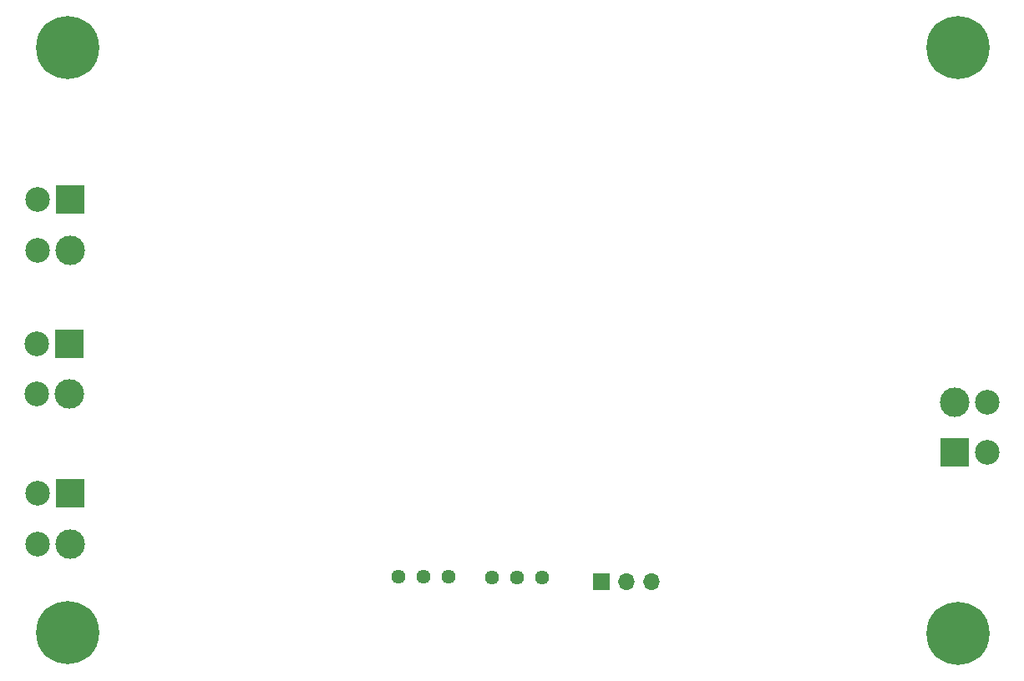
<source format=gbr>
G04 #@! TF.GenerationSoftware,KiCad,Pcbnew,(5.1.5)-3*
G04 #@! TF.CreationDate,2020-09-18T03:15:39-03:00*
G04 #@! TF.ProjectId,BSPD,42535044-2e6b-4696-9361-645f70636258,rev?*
G04 #@! TF.SameCoordinates,Original*
G04 #@! TF.FileFunction,Soldermask,Bot*
G04 #@! TF.FilePolarity,Negative*
%FSLAX46Y46*%
G04 Gerber Fmt 4.6, Leading zero omitted, Abs format (unit mm)*
G04 Created by KiCad (PCBNEW (5.1.5)-3) date 2020-09-18 03:15:39*
%MOMM*%
%LPD*%
G04 APERTURE LIST*
%ADD10C,0.800000*%
%ADD11C,6.400000*%
%ADD12C,1.440000*%
%ADD13R,1.700000X1.700000*%
%ADD14O,1.700000X1.700000*%
%ADD15R,3.000000X3.000000*%
%ADD16C,3.000000*%
%ADD17C,2.500000*%
G04 APERTURE END LIST*
D10*
X191790656Y-75925344D03*
X190093600Y-75222400D03*
X188396544Y-75925344D03*
X187693600Y-77622400D03*
X188396544Y-79319456D03*
X190093600Y-80022400D03*
X191790656Y-79319456D03*
X192493600Y-77622400D03*
D11*
X190093600Y-77622400D03*
X99822000Y-77571600D03*
D10*
X102222000Y-77571600D03*
X101519056Y-79268656D03*
X99822000Y-79971600D03*
X98124944Y-79268656D03*
X97422000Y-77571600D03*
X98124944Y-75874544D03*
X99822000Y-75171600D03*
X101519056Y-75874544D03*
X191790656Y-135310544D03*
X190093600Y-134607600D03*
X188396544Y-135310544D03*
X187693600Y-137007600D03*
X188396544Y-138704656D03*
X190093600Y-139407600D03*
X191790656Y-138704656D03*
X192493600Y-137007600D03*
D11*
X190093600Y-137007600D03*
X99872800Y-136956800D03*
D10*
X102272800Y-136956800D03*
X101569856Y-138653856D03*
X99872800Y-139356800D03*
X98175744Y-138653856D03*
X97472800Y-136956800D03*
X98175744Y-135259744D03*
X99872800Y-134556800D03*
X101569856Y-135259744D03*
D12*
X147904200Y-131348480D03*
X145364200Y-131348480D03*
X142824200Y-131348480D03*
X133375400Y-131297680D03*
X135915400Y-131297680D03*
X138455400Y-131297680D03*
D13*
X153913840Y-131759960D03*
D14*
X156453840Y-131759960D03*
X158993840Y-131759960D03*
D15*
X100139500Y-93027500D03*
D16*
X100139500Y-98154500D03*
D17*
X96837500Y-93027500D03*
X96837500Y-98158300D03*
D15*
X100012500Y-107632500D03*
D16*
X100012500Y-112759500D03*
D17*
X96710500Y-107632500D03*
X96710500Y-112763300D03*
X96774000Y-127939800D03*
X96774000Y-122809000D03*
D16*
X100076000Y-127936000D03*
D15*
X100076000Y-122809000D03*
X189801500Y-118681500D03*
D16*
X189801500Y-113554500D03*
D17*
X193103500Y-118681500D03*
X193103500Y-113550700D03*
M02*

</source>
